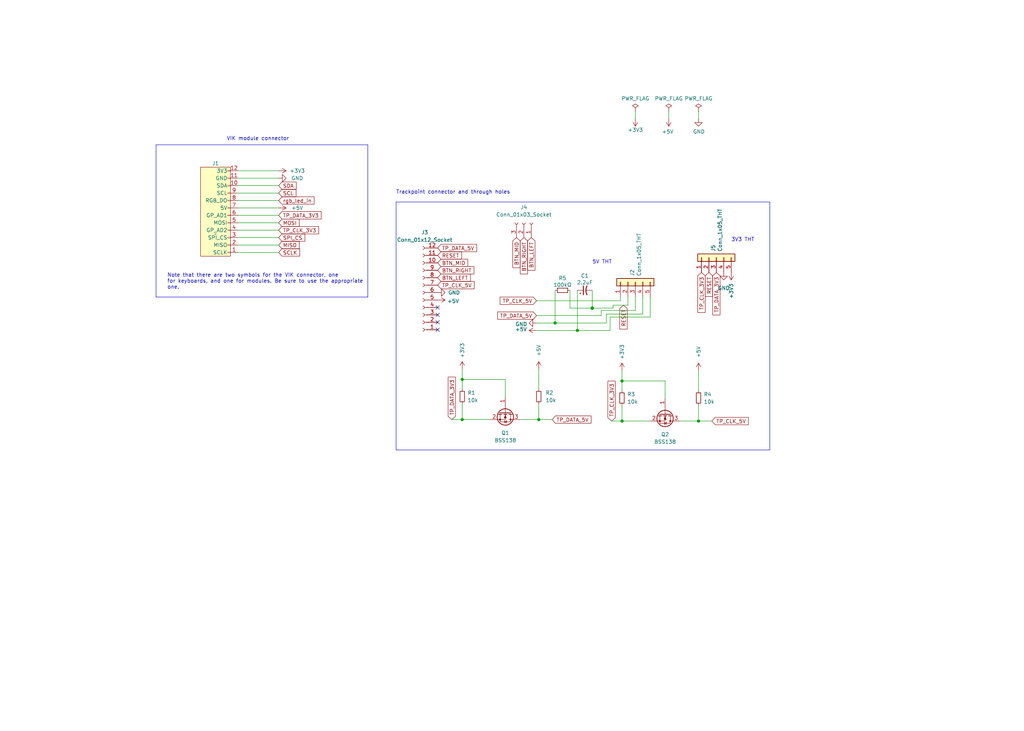
<source format=kicad_sch>
(kicad_sch (version 20231120) (generator "eeschema") (generator_version "8.0")
  (paper "User" 350.012 250.012)
  (lib_symbols
    (symbol "Connector:Conn_01x03_Socket" (pin_names (offset 1.016) hide)
      (property "Reference" "J" (at 0 5.08 0))
      (property "Value" "Conn_01x03_Socket" (at 0 -5.08 0))
      (symbol "Conn_01x03_Socket_1_1"
        (arc (start 0 -2.032) (mid -0.5058 -2.54) (end 0 -3.048) (stroke (width 0.1524)))
        (polyline (pts (xy -1.27 -2.54) (xy -0.508 -2.54)) (stroke (width 0.1524)))
        (polyline (pts (xy -1.27 0) (xy -0.508 0)) (stroke (width 0.1524)))
        (polyline (pts (xy -1.27 2.54) (xy -0.508 2.54)) (stroke (width 0.1524)))
        (arc (start 0 0.508) (mid -0.5058 0) (end 0 -0.508) (stroke (width 0.1524)))
        (arc (start 0 3.048) (mid -0.5058 2.54) (end 0 2.032) (stroke (width 0.1524)))
        (pin passive line (at -5.08 2.54 0) (length 3.81) (name "Pin_1") (number "1"))
        (pin passive line (at -5.08 0 0) (length 3.81) (name "Pin_2") (number "2"))
        (pin passive line (at -5.08 -2.54 0) (length 3.81) (name "Pin_3") (number "3"))
      )
    )
    (symbol "Connector:Conn_01x12_Socket" (pin_names (offset 1.016) hide)
      (property "Reference" "J" (at 0 15.24 0))
      (property "Value" "Conn_01x12_Socket" (at 0 -17.78 0))
      (symbol "Conn_01x12_Socket_1_1"
        (arc (start 0 -14.732) (mid -0.5058 -15.24) (end 0 -15.748) (stroke (width 0.1524)))
        (arc (start 0 -12.192) (mid -0.5058 -12.7) (end 0 -13.208) (stroke (width 0.1524)))
        (arc (start 0 -9.652) (mid -0.5058 -10.16) (end 0 -10.668) (stroke (width 0.1524)))
        (arc (start 0 -7.112) (mid -0.5058 -7.62) (end 0 -8.128) (stroke (width 0.1524)))
        (arc (start 0 -4.572) (mid -0.5058 -5.08) (end 0 -5.588) (stroke (width 0.1524)))
        (arc (start 0 -2.032) (mid -0.5058 -2.54) (end 0 -3.048) (stroke (width 0.1524)))
        (polyline (pts (xy -1.27 -15.24) (xy -0.508 -15.24)) (stroke (width 0.1524)))
        (polyline (pts (xy -1.27 -12.7) (xy -0.508 -12.7)) (stroke (width 0.1524)))
        (polyline (pts (xy -1.27 -10.16) (xy -0.508 -10.16)) (stroke (width 0.1524)))
        (polyline (pts (xy -1.27 -7.62) (xy -0.508 -7.62)) (stroke (width 0.1524)))
        (polyline (pts (xy -1.27 -5.08) (xy -0.508 -5.08)) (stroke (width 0.1524)))
        (polyline (pts (xy -1.27 -2.54) (xy -0.508 -2.54)) (stroke (width 0.1524)))
        (polyline (pts (xy -1.27 0) (xy -0.508 0)) (stroke (width 0.1524)))
        (polyline (pts (xy -1.27 2.54) (xy -0.508 2.54)) (stroke (width 0.1524)))
        (polyline (pts (xy -1.27 5.08) (xy -0.508 5.08)) (stroke (width 0.1524)))
        (polyline (pts (xy -1.27 7.62) (xy -0.508 7.62)) (stroke (width 0.1524)))
        (polyline (pts (xy -1.27 10.16) (xy -0.508 10.16)) (stroke (width 0.1524)))
        (polyline (pts (xy -1.27 12.7) (xy -0.508 12.7)) (stroke (width 0.1524)))
        (arc (start 0 0.508) (mid -0.5058 0) (end 0 -0.508) (stroke (width 0.1524)))
        (arc (start 0 3.048) (mid -0.5058 2.54) (end 0 2.032) (stroke (width 0.1524)))
        (arc (start 0 5.588) (mid -0.5058 5.08) (end 0 4.572) (stroke (width 0.1524)))
        (arc (start 0 8.128) (mid -0.5058 7.62) (end 0 7.112) (stroke (width 0.1524)))
        (arc (start 0 10.668) (mid -0.5058 10.16) (end 0 9.652) (stroke (width 0.1524)))
        (arc (start 0 13.208) (mid -0.5058 12.7) (end 0 12.192) (stroke (width 0.1524)))
        (pin passive line (at -5.08 12.7 0) (length 3.81) (name "Pin_1") (number "1"))
        (pin passive line (at -5.08 -10.16 0) (length 3.81) (name "Pin_10") (number "10"))
        (pin passive line (at -5.08 -12.7 0) (length 3.81) (name "Pin_11") (number "11"))
        (pin passive line (at -5.08 -15.24 0) (length 3.81) (name "Pin_12") (number "12"))
        (pin passive line (at -5.08 10.16 0) (length 3.81) (name "Pin_2") (number "2"))
        (pin passive line (at -5.08 7.62 0) (length 3.81) (name "Pin_3") (number "3"))
        (pin passive line (at -5.08 5.08 0) (length 3.81) (name "Pin_4") (number "4"))
        (pin passive line (at -5.08 2.54 0) (length 3.81) (name "Pin_5") (number "5"))
        (pin passive line (at -5.08 0 0) (length 3.81) (name "Pin_6") (number "6"))
        (pin passive line (at -5.08 -2.54 0) (length 3.81) (name "Pin_7") (number "7"))
        (pin passive line (at -5.08 -5.08 0) (length 3.81) (name "Pin_8") (number "8"))
        (pin passive line (at -5.08 -7.62 0) (length 3.81) (name "Pin_9") (number "9"))
      )
    )
    (symbol "Connector_Generic:Conn_01x05" (pin_names (offset 1.016) hide)
      (property "Reference" "J" (at 0 7.62 0))
      (property "Value" "Conn_01x05" (at 0 -7.62 0))
      (symbol "Conn_01x05_1_1"
        (rectangle (start -1.27 -4.953) (end 0 -5.207) (stroke (width 0.1524)))
        (rectangle (start -1.27 -2.413) (end 0 -2.667) (stroke (width 0.1524)))
        (rectangle (start -1.27 0.127) (end 0 -0.127) (stroke (width 0.1524)))
        (rectangle (start -1.27 2.667) (end 0 2.413) (stroke (width 0.1524)))
        (rectangle (start -1.27 5.207) (end 0 4.953) (stroke (width 0.1524)))
        (rectangle (start -1.27 6.35) (end 1.27 -6.35) (stroke (width 0.254)) (fill (type background)))
        (pin passive line (at -5.08 5.08 0) (length 3.81) (name "Pin_1") (number "1"))
        (pin passive line (at -5.08 2.54 0) (length 3.81) (name "Pin_2") (number "2"))
        (pin passive line (at -5.08 0 0) (length 3.81) (name "Pin_3") (number "3"))
        (pin passive line (at -5.08 -2.54 0) (length 3.81) (name "Pin_4") (number "4"))
        (pin passive line (at -5.08 -5.08 0) (length 3.81) (name "Pin_5") (number "5"))
      )
    )
    (symbol "Device:CP1_Small" (pin_numbers hide) (pin_names (offset 0.254) hide)
      (property "Reference" "C" (at 0.254 1.778 0))
      (property "Value" "CP1_Small" (at 0.254 -2.032 0))
      (symbol "CP1_Small_0_1"
        (polyline (pts (xy -1.524 0.508) (xy 1.524 0.508)) (stroke (width 0.3048)))
        (polyline (pts (xy -1.27 1.524) (xy -0.762 1.524)))
        (polyline (pts (xy -1.016 1.27) (xy -1.016 1.778)))
        (arc (start 1.524 -0.762) (mid 0 -0.3734) (end -1.524 -0.762) (stroke (width 0.3048)))
      )
      (symbol "CP1_Small_1_1"
        (pin passive line (at 0 2.54 270) (length 2.032) (name "~") (number "1"))
        (pin passive line (at 0 -2.54 90) (length 2.032) (name "~") (number "2"))
      )
    )
    (symbol "Device:R_Small" (pin_numbers hide) (pin_names (offset 0.254) hide)
      (property "Reference" "R" (at 0.762 0.508 0))
      (property "Value" "R_Small" (at 0.762 -1.016 0))
      (symbol "R_Small_0_1"
        (rectangle (start -0.762 1.778) (end 0.762 -1.778) (stroke (width 0.2032)))
      )
      (symbol "R_Small_1_1"
        (pin passive line (at 0 2.54 270) (length 0.762) (name "~") (number "1"))
        (pin passive line (at 0 -2.54 90) (length 0.762) (name "~") (number "2"))
      )
    )
    (symbol "Transistor_FET:BSS138" (pin_names hide)
      (property "Reference" "Q" (at 5.08 1.905 0))
      (property "Value" "BSS138" (at 5.08 0 0))
      (symbol "BSS138_0_1"
        (polyline (pts (xy 0.254 0) (xy -2.54 0)))
        (polyline (pts (xy 0.254 1.905) (xy 0.254 -1.905)) (stroke (width 0.254)))
        (polyline (pts (xy 0.762 -1.27) (xy 0.762 -2.286)) (stroke (width 0.254)))
        (polyline (pts (xy 0.762 0.508) (xy 0.762 -0.508)) (stroke (width 0.254)))
        (polyline (pts (xy 0.762 2.286) (xy 0.762 1.27)) (stroke (width 0.254)))
        (polyline (pts (xy 2.54 2.54) (xy 2.54 1.778)))
        (polyline (pts (xy 2.54 -2.54) (xy 2.54 0) (xy 0.762 0)))
        (polyline (pts (xy 0.762 -1.778) (xy 3.302 -1.778) (xy 3.302 1.778) (xy 0.762 1.778)))
        (polyline (pts (xy 1.016 0) (xy 2.032 0.381) (xy 2.032 -0.381) (xy 1.016 0)) (fill (type outline)))
        (polyline (pts (xy 2.794 0.508) (xy 2.921 0.381) (xy 3.683 0.381) (xy 3.81 0.254)))
        (polyline (pts (xy 3.302 0.381) (xy 2.921 -0.254) (xy 3.683 -0.254) (xy 3.302 0.381)))
        (circle (center 1.651 0) (radius 2.794) (stroke (width 0.254)))
        (circle (center 2.54 -1.778) (radius 0.254) (fill (type outline)))
        (circle (center 2.54 1.778) (radius 0.254) (fill (type outline)))
      )
      (symbol "BSS138_1_1"
        (pin input line (at -5.08 0 0) (length 2.54) (name "G") (number "1"))
        (pin passive line (at 2.54 -5.08 90) (length 2.54) (name "S") (number "2"))
        (pin passive line (at 2.54 5.08 270) (length 2.54) (name "D") (number "3"))
      )
    )
    (symbol "power:+3V3" (power) (pin_names (offset 0))
      (property "Value" "+3V3" (at 0 3.556 0))
      (symbol "+3V3_0_1"
        (polyline (pts (xy -0.762 1.27) (xy 0 2.54)))
        (polyline (pts (xy 0 0) (xy 0 2.54)))
        (polyline (pts (xy 0 2.54) (xy 0.762 1.27)))
      )
      (symbol "+3V3_1_1"
        (pin power_in line (at 0 0 90) (length 0) hide (name "+3V3") (number "1"))
      )
    )
    (symbol "power:+5V" (power) (pin_names (offset 0))
      (property "Value" "+5V" (at 0 3.556 0))
      (symbol "+5V_0_1"
        (polyline (pts (xy -0.762 1.27) (xy 0 2.54)))
        (polyline (pts (xy 0 0) (xy 0 2.54)))
        (polyline (pts (xy 0 2.54) (xy 0.762 1.27)))
      )
      (symbol "+5V_1_1"
        (pin power_in line (at 0 0 90) (length 0) hide (name "+5V") (number "1"))
      )
    )
    (symbol "power:GND" (power) (pin_names (offset 0))
      (property "Value" "GND" (at 0 -3.81 0))
      (symbol "GND_0_1"
        (polyline (pts (xy 0 0) (xy 0 -1.27) (xy 1.27 -1.27) (xy 0 -2.54) (xy -1.27 -1.27) (xy 0 -1.27)))
      )
      (symbol "GND_1_1"
        (pin power_in line (at 0 0 270) (length 0) hide (name "GND") (number "1"))
      )
    )
    (symbol "power:PWR_FLAG" (power) (pin_numbers hide) (pin_names (offset 0) hide)
      (property "Value" "PWR_FLAG" (at 0 3.81 0))
      (symbol "PWR_FLAG_0_0"
        (pin power_out line (at 0 0 90) (length 0) (name "pwr") (number "1"))
      )
      (symbol "PWR_FLAG_0_1"
        (polyline (pts (xy 0 0) (xy 0 1.27) (xy -1.016 1.905) (xy 0 2.54) (xy 1.016 1.905) (xy 0 1.27)))
      )
    )
    (symbol "vik:vik-module-connector" (pin_names (offset 1))
      (property "Reference" "J" (at 0 15.875 0))
      (symbol "vik-module-connector_1_1"
        (rectangle (start -5.08 13.97) (end 5.08 -16.51) (fill (type background)))
        (rectangle (start -5.0546 -15.113) (end -4.191 -15.367) (stroke (width 0.1)))
        (rectangle (start -5.0546 -12.573) (end -4.191 -12.827) (stroke (width 0.1)))
        (rectangle (start -5.0546 -10.033) (end -4.191 -10.287) (stroke (width 0.1)))
        (rectangle (start -5.0546 -7.493) (end -4.191 -7.747) (stroke (width 0.1)))
        (rectangle (start -5.0546 -4.953) (end -4.191 -5.207) (stroke (width 0.1)))
        (rectangle (start -5.0546 -2.413) (end -4.191 -2.667) (stroke (width 0.1)))
        (rectangle (start -5.0546 0.127) (end -4.191 -0.127) (stroke (width 0.1)))
        (rectangle (start -5.0546 2.667) (end -4.191 2.413) (stroke (width 0.1)))
        (rectangle (start -5.0546 5.207) (end -4.191 4.953) (stroke (width 0.1)))
        (rectangle (start -5.0546 7.747) (end -4.191 7.493) (stroke (width 0.1)))
        (rectangle (start -5.0546 10.287) (end -4.191 10.033) (stroke (width 0.1)))
        (rectangle (start -5.0546 12.827) (end -4.191 12.573) (stroke (width 0.1)))
        (pin output line (at -7.62 12.7 0) (length 2.54) (name "SCLK") (number "1"))
        (pin bidirectional line (at -7.62 -10.16 0) (length 2.54) (name "SDA") (number "10"))
        (pin power_out line (at -7.62 -12.7 0) (length 2.54) (name "GND") (number "11"))
        (pin power_out line (at -7.62 -15.24 0) (length 2.54) (name "3V3") (number "12"))
        (pin tri_state line (at -7.62 10.16 0) (length 2.54) (name "MISO") (number "2"))
        (pin output line (at -7.62 7.62 0) (length 2.54) (name "SPI_CS") (number "3"))
        (pin bidirectional line (at -7.62 5.08 0) (length 2.54) (name "GP_AD2") (number "4"))
        (pin output line (at -7.62 2.54 0) (length 2.54) (name "MOSI") (number "5"))
        (pin bidirectional line (at -7.62 0 0) (length 2.54) (name "GP_AD1") (number "6"))
        (pin power_out line (at -7.62 -2.54 0) (length 2.54) (name "5V") (number "7"))
        (pin output line (at -7.62 -5.08 0) (length 2.54) (name "RGB_DO") (number "8"))
        (pin bidirectional line (at -7.62 -7.62 0) (length 2.54) (name "SCL") (number "9"))
      )
    )
  )
  (junction (at 184.15 143.51))
  (junction (at 238.76 144.018))
  (junction (at 202.438 105.41) (diameter 1.016))
  (junction (at 157.988 143.51))
  (junction (at 189.738 110.49))
  (junction (at 157.988 129.794))
  (junction (at 212.598 144.018))
  (junction (at 212.598 130.302))
  (junction (at 197.358 113.03))
  (no_connect (at 149.606 110.236))
  (no_connect (at 149.606 105.156))
  (no_connect (at 149.606 112.776))
  (no_connect (at 149.606 107.696))
  (wire (pts (xy 212.598 144.018) (xy 222.25 144.018)))
  (wire (pts (xy 209.55 104.394) (xy 214.63 104.394)))
  (wire (pts (xy 238.76 138.684) (xy 238.76 144.018)))
  (wire (pts (xy 81.28 58.42) (xy 95.25 58.42)))
  (wire (pts (xy 81.28 66.04) (xy 95.25 66.04)))
  (wire (pts (xy 177.8 143.51) (xy 184.15 143.51)))
  (wire (pts (xy 208.534 113.03) (xy 208.534 108.458)))
  (wire (pts (xy 81.28 76.2) (xy 95.25 76.2)))
  (wire (pts (xy 232.41 144.018) (xy 238.76 144.018)))
  (wire (pts (xy 238.76 38.1) (xy 238.76 40.64)))
  (wire (pts (xy 172.72 129.794) (xy 172.72 135.89)))
  (wire (pts (xy 81.28 73.66) (xy 95.25 73.66)))
  (wire (pts (xy 183.388 107.95) (xy 205.486 107.95)))
  (polyline (pts (xy 135.382 69.088) (xy 263.144 69.088)))
  (wire (pts (xy 212.598 130.302) (xy 227.33 130.302)))
  (wire (pts (xy 212.09 101.6) (xy 212.09 102.87)))
  (polyline (pts (xy 135.382 69.088) (xy 135.382 153.924)))
  (wire (pts (xy 183.388 113.03) (xy 197.358 113.03)))
  (wire (pts (xy 189.738 110.49) (xy 207.264 110.49)))
  (wire (pts (xy 222.25 101.6) (xy 222.25 108.458)))
  (wire (pts (xy 189.738 99.314) (xy 189.738 110.49)))
  (wire (pts (xy 81.28 81.28) (xy 95.25 81.28)))
  (wire (pts (xy 183.388 110.49) (xy 189.738 110.49)))
  (wire (pts (xy 207.264 110.49) (xy 207.264 107.442)))
  (wire (pts (xy 238.76 126.746) (xy 238.76 133.604)))
  (wire (pts (xy 184.15 138.176) (xy 184.15 143.51)))
  (wire (pts (xy 197.358 99.314) (xy 197.358 113.03)))
  (wire (pts (xy 81.28 83.82) (xy 95.25 83.82)))
  (wire (pts (xy 212.598 130.302) (xy 212.598 133.604)))
  (wire (pts (xy 81.28 60.96) (xy 95.25 60.96)))
  (wire (pts (xy 183.388 102.87) (xy 212.09 102.87)))
  (wire (pts (xy 227.33 130.302) (xy 227.33 136.398)))
  (wire (pts (xy 157.988 126.238) (xy 157.988 129.794)))
  (polyline (pts (xy 135.382 153.924) (xy 263.144 153.924)))
  (wire (pts (xy 205.486 106.172) (xy 217.17 106.172)))
  (wire (pts (xy 217.17 101.6) (xy 217.17 106.172)))
  (wire (pts (xy 212.598 138.684) (xy 212.598 144.018)))
  (wire (pts (xy 81.28 63.5) (xy 95.25 63.5)))
  (wire (pts (xy 157.988 129.794) (xy 157.988 133.096)))
  (wire (pts (xy 197.358 113.03) (xy 208.534 113.03)))
  (wire (pts (xy 207.264 107.442) (xy 219.71 107.442)))
  (wire (pts (xy 184.15 143.51) (xy 188.722 143.51)))
  (wire (pts (xy 228.6 38.1) (xy 228.6 40.64)))
  (polyline (pts (xy 125.73 49.53) (xy 125.73 101.6)))
  (wire (pts (xy 157.988 143.51) (xy 167.64 143.51)))
  (polyline (pts (xy 125.73 101.6) (xy 53.34 101.6)))
  (wire (pts (xy 205.486 107.95) (xy 205.486 106.172)))
  (polyline (pts (xy 53.34 49.53) (xy 53.34 101.6)))
  (wire (pts (xy 209.042 144.018) (xy 212.598 144.018)))
  (wire (pts (xy 157.988 138.176) (xy 157.988 143.51)))
  (wire (pts (xy 217.17 38.1) (xy 217.17 40.64)))
  (wire (pts (xy 81.28 86.36) (xy 95.25 86.36)))
  (wire (pts (xy 209.55 105.41) (xy 209.55 104.394)))
  (polyline (pts (xy 53.34 49.53) (xy 125.73 49.53)))
  (wire (pts (xy 238.76 144.018) (xy 243.332 144.018)))
  (wire (pts (xy 81.28 68.58) (xy 95.25 68.58)))
  (wire (pts (xy 214.63 101.6) (xy 214.63 104.394)))
  (wire (pts (xy 212.598 126.746) (xy 212.598 130.302)))
  (wire (pts (xy 194.818 105.41) (xy 202.438 105.41)))
  (wire (pts (xy 81.28 71.12) (xy 95.25 71.12)))
  (wire (pts (xy 194.818 99.314) (xy 194.818 105.41)))
  (wire (pts (xy 219.71 101.6) (xy 219.71 107.442)))
  (wire (pts (xy 202.438 105.41) (xy 209.55 105.41)))
  (wire (pts (xy 154.432 143.51) (xy 157.988 143.51)))
  (polyline (pts (xy 263.144 153.924) (xy 263.144 69.088)))
  (wire (pts (xy 184.15 126.238) (xy 184.15 133.096)))
  (wire (pts (xy 202.438 99.314) (xy 202.438 105.41)))
  (wire (pts (xy 81.28 78.74) (xy 95.25 78.74)))
  (wire (pts (xy 157.988 129.794) (xy 172.72 129.794)))
  (wire (pts (xy 208.534 108.458) (xy 222.25 108.458)))
  (text "5V THT" (at 202.438 90.424 0) (effects (font (size 1.27 1.27)) (justify left bottom)))
  (text "Note that there are two symbols for the VIK connector, one\nfor keyboards, and one for modules. Be sure to use the appropriate\none." (at 57.15 99.06 0) (effects (font (size 1.27 1.27)) (justify left bottom)))
  (text "VIK module connector" (at 77.47 48.26 0) (effects (font (size 1.27 1.27)) (justify left bottom)))
  (text "3V3 THT" (at 249.936 82.804 0) (effects (font (size 1.27 1.27)) (justify left bottom)))
  (text "Trackpoint connector and through holes" (at 135.382 66.548 0) (effects (font (size 1.27 1.27)) (justify left bottom)))
  (global_label "BTN_MID" (shape input) (at 176.53 81.28 270) (property "Intersheetrefs" "${INTERSHEET_REFS}" (effects (hide yes))))
  (global_label "TP_DATA_5V" (shape input) (at 183.388 107.95 180) (property "Intersheetrefs" "${INTERSHEET_REFS}" (effects (hide yes))))
  (global_label "BTN_LEFT" (shape input) (at 181.61 81.28 270) (property "Intersheetrefs" "${INTERSHEET_REFS}" (effects (hide yes))))
  (global_label "TP_DATA_5V" (shape input) (at 188.722 143.51 0) (property "Intersheetrefs" "${INTERSHEET_REFS}" (effects (hide yes))))
  (global_label "TP_DATA_5V" (shape input) (at 149.606 84.836 0) (property "Intersheetrefs" "${INTERSHEET_REFS}" (effects (hide yes))))
  (global_label "TP_DATA_3V3" (shape input) (at 95.25 73.66 0) (property "Intersheetrefs" "${INTERSHEET_REFS}" (effects (hide yes))))
  (global_label "RESET" (shape input) (at 149.606 87.376 0) (property "Intersheetrefs" "${INTERSHEET_REFS}" (effects (hide yes))))
  (global_label "TP_CLK_3V3" (shape input) (at 209.042 144.018 90) (property "Intersheetrefs" "${INTERSHEET_REFS}" (effects (hide yes))))
  (global_label "TP_CLK_5V" (shape input) (at 243.332 144.018 0) (property "Intersheetrefs" "${INTERSHEET_REFS}" (effects (hide yes))))
  (global_label "SPI_CS" (shape input) (at 95.25 81.28 0) (property "Intersheetrefs" "${INTERSHEET_REFS}" (effects (hide yes))))
  (global_label "BTN_RIGHT" (shape input) (at 179.07 81.28 270) (property "Intersheetrefs" "${INTERSHEET_REFS}" (effects (hide yes))))
  (global_label "BTN_LEFT" (shape input) (at 149.606 94.996 0) (property "Intersheetrefs" "${INTERSHEET_REFS}" (effects (hide yes))))
  (global_label "TP_CLK_5V" (shape input) (at 149.606 97.536 0) (property "Intersheetrefs" "${INTERSHEET_REFS}" (effects (hide yes))))
  (global_label "MOSI" (shape input) (at 95.25 76.2 0) (property "Intersheetrefs" "${INTERSHEET_REFS}" (effects (hide yes))))
  (global_label "BTN_RIGHT" (shape input) (at 149.606 92.456 0) (property "Intersheetrefs" "${INTERSHEET_REFS}" (effects (hide yes))))
  (global_label "SCL" (shape input) (at 95.25 66.04 0) (property "Intersheetrefs" "${INTERSHEET_REFS}" (effects (hide yes))))
  (global_label "BTN_MID" (shape input) (at 149.606 89.916 0) (property "Intersheetrefs" "${INTERSHEET_REFS}" (effects (hide yes))))
  (global_label "RESET" (shape input) (at 242.316 93.218 270) (property "Intersheetrefs" "${INTERSHEET_REFS}" (effects (hide yes))))
  (global_label "MISO" (shape input) (at 95.25 83.82 0) (property "Intersheetrefs" "${INTERSHEET_REFS}" (effects (hide yes))))
  (global_label "TP_CLK_3V3" (shape input) (at 95.25 78.74 0) (property "Intersheetrefs" "${INTERSHEET_REFS}" (effects (hide yes))))
  (global_label "SCLK" (shape input) (at 95.25 86.36 0) (property "Intersheetrefs" "${INTERSHEET_REFS}" (effects (hide yes))))
  (global_label "TP_CLK_5V" (shape input) (at 183.388 102.87 180) (property "Intersheetrefs" "${INTERSHEET_REFS}" (effects (hide yes))))
  (global_label "TP_CLK_3V3" (shape input) (at 239.776 93.218 270) (property "Intersheetrefs" "${INTERSHEET_REFS}" (effects (hide yes))))
  (global_label "TP_DATA_3V3" (shape input) (at 244.856 93.218 270) (property "Intersheetrefs" "${INTERSHEET_REFS}" (effects (hide yes))))
  (global_label "rgb_led_in" (shape input) (at 95.25 68.58 0) (property "Intersheetrefs" "${INTERSHEET_REFS}" (effects (hide yes))))
  (global_label "TP_DATA_3V3" (shape input) (at 154.432 143.51 90) (property "Intersheetrefs" "${INTERSHEET_REFS}" (effects (hide yes))))
  (global_label "RESET" (shape input) (at 213.106 104.394 270) (property "Intersheetrefs" "${INTERSHEET_REFS}" (effects (hide yes))))
  (global_label "SDA" (shape input) (at 95.25 63.5 0) (property "Intersheetrefs" "${INTERSHEET_REFS}" (effects (hide yes))))
  (symbol (lib_id "power:PWR_FLAG") (at 217.17 38.1 0) (unit 1)
    (property "Reference" "#FLG01" (effects (hide yes)))
    (property "Value" "PWR_FLAG" (at 217.17 33.7058 0))
  )
  (symbol (lib_id "power:PWR_FLAG") (at 228.6 38.1 0) (unit 1)
    (property "Reference" "#FLG02" (effects (hide yes)))
    (property "Value" "PWR_FLAG" (at 228.6 33.7058 0))
  )
  (symbol (lib_id "power:+5V") (at 228.6 40.64 180) (unit 1)
    (property "Reference" "#PWR02" (effects (hide yes)))
    (property "Value" "+5V" (at 228.219 45.0342 0))
  )
  (symbol (lib_id "power:GND") (at 238.76 40.64 0) (unit 1)
    (property "Reference" "#PWR03" (effects (hide yes)))
    (property "Value" "GND" (at 238.887 45.0342 0))
  )
  (symbol (lib_id "power:PWR_FLAG") (at 238.76 38.1 0) (unit 1)
    (property "Reference" "#FLG03" (effects (hide yes)))
    (property "Value" "PWR_FLAG" (at 238.76 33.7058 0))
  )
  (symbol (lib_id "Device:R_Small") (at 184.15 135.636 0) (unit 1)
    (property "Reference" "R2" (at 186.436 134.3659 0) (effects (justify left)))
    (property "Value" "10k" (at 186.436 136.9059 0) (effects (justify left)))
    (property "Footprint" "Resistor_SMD:R_0805_2012Metric_Pad1.20x1.40mm_HandSolder" (effects (hide yes)))
    (property "LCSC" "C17414" (effects (hide yes)))
  )
  (symbol (lib_id "Connector_Generic:Conn_01x05") (at 244.856 88.138 90) (unit 1)
    (property "Reference" "J5" (at 243.7892 86.106 0) (effects (justify left)))
    (property "Value" "Conn_1x05_THT" (at 246.1006 86.106 0) (effects (justify left)))
    (property "Footprint" "fingerpunch:Connector_THT_1x5_2.54" (effects (hide yes)))
  )
  (symbol (lib_id "power:GND") (at 95.25 60.96 90) (mirror x) (unit 1)
    (property "Reference" "#PWR0102" (effects (hide yes)))
    (property "Value" "GND" (at 101.6 60.96 90))
  )
  (symbol (lib_id "Connector:Conn_01x12_Socket") (at 144.526 100.076 180) (unit 1)
    (property "Reference" "J3" (at 145.161 79.502 0))
    (property "Value" "Conn_01x12_Socket" (at 145.161 82.042 0))
    (property "Footprint" "Connector_FFC-FPC:TE_1-84953-2_1x12-1MP_P1.0mm_Horizontal" (effects (hide yes)))
    (property "LCSC" "C262367" (effects (hide yes)))
  )
  (symbol (lib_id "power:GND") (at 149.606 100.076 90) (unit 1)
    (property "Reference" "#PWR04" (effects (hide yes)))
    (property "Value" "GND" (at 153.162 100.076 90) (effects (justify right)))
  )
  (symbol (lib_id "power:+5V") (at 149.606 102.616 270) (unit 1)
    (property "Reference" "#PWR05" (effects (hide yes)))
    (property "Value" "+5V" (at 152.8572 102.997 90) (effects (justify left)))
  )
  (symbol (lib_id "Device:R_Small") (at 157.988 135.636 0) (unit 1)
    (property "Reference" "R1" (at 159.766 134.366 0) (effects (justify left)))
    (property "Value" "10k" (at 159.766 136.906 0) (effects (justify left)))
    (property "Footprint" "Resistor_SMD:R_0805_2012Metric_Pad1.20x1.40mm_HandSolder" (effects (hide yes)))
    (property "LCSC" "C17414" (effects (hide yes)))
  )
  (symbol (lib_id "Device:R_Small") (at 238.76 136.144 0) (unit 1)
    (property "Reference" "R4" (at 240.538 134.874 0) (effects (justify left)))
    (property "Value" "10k" (at 240.538 137.414 0) (effects (justify left)))
    (property "Footprint" "Resistor_SMD:R_0805_2012Metric_Pad1.20x1.40mm_HandSolder" (effects (hide yes)))
    (property "LCSC" "C17414" (effects (hide yes)))
  )
  (symbol (lib_id "Device:R_Small") (at 192.278 99.314 270) (unit 1)
    (property "Reference" "R5" (at 192.278 95.1442 90))
    (property "Value" "100kΩ" (at 192.278 97.4429 90))
    (property "Footprint" "Resistor_SMD:R_0805_2012Metric_Pad1.20x1.40mm_HandSolder" (effects (hide yes)))
    (property "LCSC" "C149504" (effects (hide yes)))
  )
  (symbol (lib_id "Transistor_FET:BSS138") (at 227.33 141.478 270) (unit 1)
    (property "Reference" "Q2" (at 227.33 148.59 90))
    (property "Value" "BSS138" (at 227.33 151.13 90))
    (property "Footprint" "Package_TO_SOT_SMD:SOT-23" (effects (hide yes)))
    (property "Datasheet" "https://www.onsemi.com/pub/Collateral/BSS138-D.PDF" (effects (hide yes)))
    (property "LCSC" "C78284" (effects (hide yes)))
  )
  (symbol (lib_id "Device:CP1_Small") (at 199.898 99.314 90) (unit 1)
    (property "Reference" "C1" (at 199.898 94.3314 90))
    (property "Value" "2.2uF" (at 199.898 96.6301 90))
    (property "Footprint" "Capacitor_SMD:C_0805_2012Metric_Pad1.18x1.45mm_HandSolder" (effects (hide yes)))
    (property "LCSC" "C377773" (effects (hide yes)))
  )
  (symbol (lib_id "power:+3V3") (at 95.25 58.42 270) (unit 1)
    (property "Reference" "#PWR0101" (effects (hide yes)))
    (property "Value" "+3V3" (at 101.6 58.42 90))
  )
  (symbol (lib_id "power:+3V3") (at 212.598 126.746 0) (unit 1)
    (property "Reference" "#PWR08" (effects (hide yes)))
    (property "Value" "+3V3" (at 212.598 120.396 90))
  )
  (symbol (lib_id "Connector_Generic:Conn_01x05") (at 217.17 96.52 90) (unit 1)
    (property "Reference" "J2" (at 216.1032 94.488 0) (effects (justify left)))
    (property "Value" "Conn_1x05_THT" (at 218.4146 94.488 0) (effects (justify left)))
    (property "Footprint" "fingerpunch:Connector_THT_1x5_2.54" (effects (hide yes)))
  )
  (symbol (lib_id "power:+5V") (at 184.15 126.238 0) (unit 1)
    (property "Reference" "#PWR07" (effects (hide yes)))
    (property "Value" "+5V" (at 184.15 119.888 90))
  )
  (symbol (lib_id "power:+5V") (at 95.25 71.12 270) (unit 1)
    (property "Reference" "#PWR0104" (effects (hide yes)))
    (property "Value" "+5V" (at 101.6 71.12 90))
  )
  (symbol (lib_id "power:GND") (at 183.388 110.49 270) (unit 1)
    (property "Reference" "#PWR01" (effects (hide yes)))
    (property "Value" "GND" (at 180.213 110.8785 90) (effects (justify right)))
  )
  (symbol (lib_id "power:GND") (at 247.396 93.218 0) (unit 1)
    (property "Reference" "#PWR010" (effects (hide yes)))
    (property "Value" "GND" (at 247.396 98.552 0))
  )
  (symbol (lib_id "power:+3V3") (at 249.936 93.218 180) (unit 1)
    (property "Reference" "#PWR011" (effects (hide yes)))
    (property "Value" "+3V3" (at 249.936 99.568 90))
  )
  (symbol (lib_id "Transistor_FET:BSS138") (at 172.72 140.97 270) (unit 1)
    (property "Reference" "Q1" (at 172.72 148.082 90))
    (property "Value" "BSS138" (at 172.72 150.622 90))
    (property "Footprint" "Package_TO_SOT_SMD:SOT-23" (effects (hide yes)))
    (property "Datasheet" "https://www.onsemi.com/pub/Collateral/BSS138-D.PDF" (effects (hide yes)))
    (property "LCSC" "C78284" (effects (hide yes)))
  )
  (symbol (lib_id "power:+3V3") (at 157.988 126.238 0) (unit 1)
    (property "Reference" "#PWR06" (effects (hide yes)))
    (property "Value" "+3V3" (at 157.988 119.888 90))
  )
  (symbol (lib_id "Connector:Conn_01x03_Socket") (at 179.07 76.2 270) (mirror x) (unit 1)
    (property "Reference" "J4" (at 179.07 70.866 90))
    (property "Value" "Conn_01x03_Socket" (at 179.07 73.406 90))
    (property "Footprint" "fingerpunch:Connector_THT_1x3_2.54" (effects (hide yes)))
  )
  (symbol (lib_id "Device:R_Small") (at 212.598 136.144 0) (unit 1)
    (property "Reference" "R3" (at 214.376 134.874 0) (effects (justify left)))
    (property "Value" "10k" (at 214.376 137.414 0) (effects (justify left)))
    (property "Footprint" "Resistor_SMD:R_0805_2012Metric_Pad1.20x1.40mm_HandSolder" (effects (hide yes)))
    (property "LCSC" "C17414" (effects (hide yes)))
  )
  (symbol (lib_id "power:+3V3") (at 217.17 40.64 180) (unit 1)
    (property "Reference" "#PWR0112" (effects (hide yes)))
    (property "Value" "+3V3" (at 217.17 44.45 0))
  )
  (symbol (lib_id "vik:vik-module-connector") (at 73.66 73.66 180) (unit 1)
    (property "Reference" "J1" (at 73.66 55.88 0))
    (property "Value" "~" (at 73.66 80.01 0))
    (property "Footprint" "vik:vik-module-connector-horizontal" (effects (hide yes)))
    (property "LCSC" "C479750" (effects (hide yes)))
  )
  (symbol (lib_id "power:+5V") (at 183.388 113.03 90) (unit 1)
    (property "Reference" "#PWR0105" (effects (hide yes)))
    (property "Value" "+5V" (at 180.1368 112.649 90) (effects (justify left)))
  )
  (symbol (lib_id "power:+5V") (at 238.76 126.746 0) (unit 1)
    (property "Reference" "#PWR09" (effects (hide yes)))
    (property "Value" "+5V" (at 238.76 120.396 90))
  )
)
</source>
